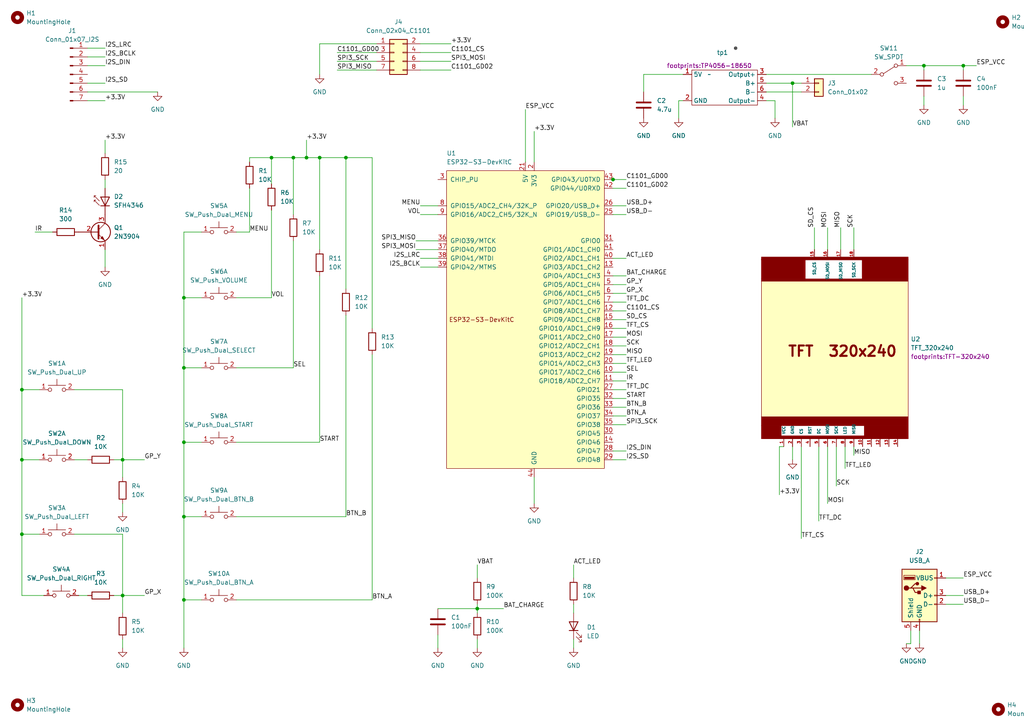
<source format=kicad_sch>
(kicad_sch (version 20230121) (generator eeschema)
  (paper "A4")
  (lib_symbols
    (symbol "Connector:Conn_01x07_Pin" (pin_names (offset 1.016) hide)
      (property "Reference" "J" (at 0 10.16 0))
      (property "Value" "Conn_01x07_Pin" (at 0 -10.16 0))
      (symbol "Conn_01x07_Pin_1_1"
        (polyline (pts (xy 1.27 -7.62) (xy 0.8636 -7.62)) (stroke (width 0.1524)))
        (polyline (pts (xy 1.27 -5.08) (xy 0.8636 -5.08)) (stroke (width 0.1524)))
        (polyline (pts (xy 1.27 -2.54) (xy 0.8636 -2.54)) (stroke (width 0.1524)))
        (polyline (pts (xy 1.27 0) (xy 0.8636 0)) (stroke (width 0.1524)))
        (polyline (pts (xy 1.27 2.54) (xy 0.8636 2.54)) (stroke (width 0.1524)))
        (polyline (pts (xy 1.27 5.08) (xy 0.8636 5.08)) (stroke (width 0.1524)))
        (polyline (pts (xy 1.27 7.62) (xy 0.8636 7.62)) (stroke (width 0.1524)))
        (rectangle (start 0.8636 -7.493) (end 0 -7.747) (stroke (width 0.1524)) (fill (type outline)))
        (rectangle (start 0.8636 -4.953) (end 0 -5.207) (stroke (width 0.1524)) (fill (type outline)))
        (rectangle (start 0.8636 -2.413) (end 0 -2.667) (stroke (width 0.1524)) (fill (type outline)))
        (rectangle (start 0.8636 0.127) (end 0 -0.127) (stroke (width 0.1524)) (fill (type outline)))
        (rectangle (start 0.8636 2.667) (end 0 2.413) (stroke (width 0.1524)) (fill (type outline)))
        (rectangle (start 0.8636 5.207) (end 0 4.953) (stroke (width 0.1524)) (fill (type outline)))
        (rectangle (start 0.8636 7.747) (end 0 7.493) (stroke (width 0.1524)) (fill (type outline)))
        (pin passive line (at 5.08 7.62 180) (length 3.81) (name "Pin_1") (number "1"))
        (pin passive line (at 5.08 5.08 180) (length 3.81) (name "Pin_2") (number "2"))
        (pin passive line (at 5.08 2.54 180) (length 3.81) (name "Pin_3") (number "3"))
        (pin passive line (at 5.08 0 180) (length 3.81) (name "Pin_4") (number "4"))
        (pin passive line (at 5.08 -2.54 180) (length 3.81) (name "Pin_5") (number "5"))
        (pin passive line (at 5.08 -5.08 180) (length 3.81) (name "Pin_6") (number "6"))
        (pin passive line (at 5.08 -7.62 180) (length 3.81) (name "Pin_7") (number "7"))
      )
    )
    (symbol "Connector:USB_A" (pin_names (offset 1.016))
      (property "Reference" "J" (at -5.08 11.43 0))
      (property "Value" "USB_A" (at -5.08 8.89 0))
      (symbol "USB_A_0_1"
        (rectangle (start -5.08 -7.62) (end 5.08 7.62) (stroke (width 0.254)) (fill (type background)))
        (circle (center -3.81 2.159) (radius 0.635) (stroke (width 0.254)) (fill (type outline)))
        (rectangle (start -1.524 4.826) (end -4.318 5.334) (fill (type outline)))
        (rectangle (start -1.27 4.572) (end -4.572 5.842))
        (circle (center -0.635 3.429) (radius 0.381) (stroke (width 0.254)) (fill (type outline)))
        (rectangle (start -0.127 -7.62) (end 0.127 -6.858))
        (polyline (pts (xy -3.175 2.159) (xy -2.54 2.159) (xy -1.27 3.429) (xy -0.635 3.429)) (stroke (width 0.254)))
        (polyline (pts (xy -2.54 2.159) (xy -1.905 2.159) (xy -1.27 0.889) (xy 0 0.889)) (stroke (width 0.254)))
        (polyline (pts (xy 0.635 2.794) (xy 0.635 1.524) (xy 1.905 2.159) (xy 0.635 2.794)) (stroke (width 0.254)) (fill (type outline)))
        (rectangle (start 0.254 1.27) (end -0.508 0.508) (stroke (width 0.254)) (fill (type outline)))
        (rectangle (start 5.08 -2.667) (end 4.318 -2.413))
        (rectangle (start 5.08 -0.127) (end 4.318 0.127))
        (rectangle (start 5.08 4.953) (end 4.318 5.207))
      )
      (symbol "USB_A_1_1"
        (polyline (pts (xy -1.905 2.159) (xy 0.635 2.159)) (stroke (width 0.254)))
        (pin power_in line (at 7.62 5.08 180) (length 2.54) (name "VBUS") (number "1"))
        (pin bidirectional line (at 7.62 -2.54 180) (length 2.54) (name "D-") (number "2"))
        (pin bidirectional line (at 7.62 0 180) (length 2.54) (name "D+") (number "3"))
        (pin power_in line (at 0 -10.16 90) (length 2.54) (name "GND") (number "4"))
        (pin passive line (at -2.54 -10.16 90) (length 2.54) (name "Shield") (number "5"))
      )
    )
    (symbol "Connector_Generic:Conn_01x02" (pin_names (offset 1.016) hide)
      (property "Reference" "J" (at 0 2.54 0))
      (property "Value" "Conn_01x02" (at 0 -5.08 0))
      (symbol "Conn_01x02_1_1"
        (rectangle (start -1.27 -2.413) (end 0 -2.667) (stroke (width 0.1524)))
        (rectangle (start -1.27 0.127) (end 0 -0.127) (stroke (width 0.1524)))
        (rectangle (start -1.27 1.27) (end 1.27 -3.81) (stroke (width 0.254)) (fill (type background)))
        (pin passive line (at -5.08 0 0) (length 3.81) (name "Pin_1") (number "1"))
        (pin passive line (at -5.08 -2.54 0) (length 3.81) (name "Pin_2") (number "2"))
      )
    )
    (symbol "Connector_Generic:Conn_02x04_Odd_Even" (pin_names (offset 1.016) hide)
      (property "Reference" "J" (at 1.27 5.08 0))
      (property "Value" "Conn_02x04_Odd_Even" (at 1.27 -7.62 0))
      (symbol "Conn_02x04_Odd_Even_1_1"
        (rectangle (start -1.27 -4.953) (end 0 -5.207) (stroke (width 0.1524)))
        (rectangle (start -1.27 -2.413) (end 0 -2.667) (stroke (width 0.1524)))
        (rectangle (start -1.27 0.127) (end 0 -0.127) (stroke (width 0.1524)))
        (rectangle (start -1.27 2.667) (end 0 2.413) (stroke (width 0.1524)))
        (rectangle (start -1.27 3.81) (end 3.81 -6.35) (stroke (width 0.254)) (fill (type background)))
        (rectangle (start 3.81 -4.953) (end 2.54 -5.207) (stroke (width 0.1524)))
        (rectangle (start 3.81 -2.413) (end 2.54 -2.667) (stroke (width 0.1524)))
        (rectangle (start 3.81 0.127) (end 2.54 -0.127) (stroke (width 0.1524)))
        (rectangle (start 3.81 2.667) (end 2.54 2.413) (stroke (width 0.1524)))
        (pin passive line (at -5.08 2.54 0) (length 3.81) (name "Pin_1") (number "1"))
        (pin passive line (at 7.62 2.54 180) (length 3.81) (name "Pin_2") (number "2"))
        (pin passive line (at -5.08 0 0) (length 3.81) (name "Pin_3") (number "3"))
        (pin passive line (at 7.62 0 180) (length 3.81) (name "Pin_4") (number "4"))
        (pin passive line (at -5.08 -2.54 0) (length 3.81) (name "Pin_5") (number "5"))
        (pin passive line (at 7.62 -2.54 180) (length 3.81) (name "Pin_6") (number "6"))
        (pin passive line (at -5.08 -5.08 0) (length 3.81) (name "Pin_7") (number "7"))
        (pin passive line (at 7.62 -5.08 180) (length 3.81) (name "Pin_8") (number "8"))
      )
    )
    (symbol "Device:C" (pin_numbers hide) (pin_names (offset 0.254))
      (property "Reference" "C" (at 0.635 2.54 0))
      (property "Value" "C" (at 0.635 -2.54 0))
      (symbol "C_0_1"
        (polyline (pts (xy -2.032 -0.762) (xy 2.032 -0.762)) (stroke (width 0.508)))
        (polyline (pts (xy -2.032 0.762) (xy 2.032 0.762)) (stroke (width 0.508)))
      )
      (symbol "C_1_1"
        (pin passive line (at 0 3.81 270) (length 2.794) (name "~") (number "1"))
        (pin passive line (at 0 -3.81 90) (length 2.794) (name "~") (number "2"))
      )
    )
    (symbol "Device:LED" (pin_numbers hide) (pin_names (offset 1.016) hide)
      (property "Reference" "D" (at 0 2.54 0))
      (property "Value" "LED" (at 0 -2.54 0))
      (symbol "LED_0_1"
        (polyline (pts (xy -1.27 -1.27) (xy -1.27 1.27)) (stroke (width 0.254)))
        (polyline (pts (xy -1.27 0) (xy 1.27 0)))
        (polyline (pts (xy 1.27 -1.27) (xy 1.27 1.27) (xy -1.27 0) (xy 1.27 -1.27)) (stroke (width 0.254)))
        (polyline (pts (xy -3.048 -0.762) (xy -4.572 -2.286) (xy -3.81 -2.286) (xy -4.572 -2.286) (xy -4.572 -1.524)))
        (polyline (pts (xy -1.778 -0.762) (xy -3.302 -2.286) (xy -2.54 -2.286) (xy -3.302 -2.286) (xy -3.302 -1.524)))
      )
      (symbol "LED_1_1"
        (pin passive line (at -3.81 0 0) (length 2.54) (name "K") (number "1"))
        (pin passive line (at 3.81 0 180) (length 2.54) (name "A") (number "2"))
      )
    )
    (symbol "Device:R" (pin_numbers hide) (pin_names (offset 0))
      (property "Reference" "R" (at 2.032 0 90))
      (property "Value" "R" (at 0 0 90))
      (symbol "R_0_1"
        (rectangle (start -1.016 -2.54) (end 1.016 2.54) (stroke (width 0.254)))
      )
      (symbol "R_1_1"
        (pin passive line (at 0 3.81 270) (length 1.27) (name "~") (number "1"))
        (pin passive line (at 0 -3.81 90) (length 1.27) (name "~") (number "2"))
      )
    )
    (symbol "Interface:tp4056_board"
      (property "Reference" "tp4056" (at -12.7 -10.16 0))
      (property "Footprint" "footprints:TP4056-18650" (at -16.51 -3.81 0))
      (symbol "tp4056_board_1_1"
        (rectangle (start -21.59 -5.08) (end -2.54 -15.24))
        (rectangle (start -8.89 1.27) (end -8.89 1.27) (stroke (width 1) (color 72 72 72 1)))
        (pin power_in line (at -24.13 -6.35 0) (length 2.54) (name "5V") (number "1"))
        (pin power_in line (at -24.13 -13.97 0) (length 2.54) (name "GND") (number "2"))
        (pin power_out line (at 0 -6.35 180) (length 2.54) (name "Output+") (number "3"))
        (pin power_out line (at 0 -13.97 180) (length 2.54) (name "Output-") (number "4"))
        (pin power_out line (at 0 -8.89 180) (length 2.54) (name "B+") (number "5"))
        (pin power_out line (at 0 -11.43 180) (length 2.54) (name "B-") (number "6"))
      )
    )
    (symbol "LED:SFH4346" (pin_numbers hide) (pin_names (offset 1.016) hide)
      (property "Reference" "D" (at 0.508 1.778 0))
      (property "Value" "SFH4346" (at -1.016 -2.794 0))
      (symbol "SFH4346_0_1"
        (polyline (pts (xy -2.54 1.27) (xy -2.54 -1.27)) (stroke (width 0.254)))
        (polyline (pts (xy 0 0) (xy -2.54 0)))
        (polyline (pts (xy 0.381 3.175) (xy -0.127 3.175)))
        (polyline (pts (xy -1.143 1.651) (xy 0.381 3.175) (xy 0.381 2.667)))
        (polyline (pts (xy 0 1.27) (xy -2.54 0) (xy 0 -1.27) (xy 0 1.27)) (stroke (width 0.254)))
        (polyline (pts (xy -2.413 1.651) (xy -0.889 3.175) (xy -0.889 2.667) (xy -0.889 3.175) (xy -1.397 3.175)))
      )
      (symbol "SFH4346_1_1"
        (pin passive line (at -5.08 0 0) (length 2.54) (name "K") (number "1"))
        (pin passive line (at 2.54 0 180) (length 2.54) (name "A") (number "2"))
      )
    )
    (symbol "Mechanical:MountingHole" (pin_names (offset 1.016))
      (property "Reference" "H" (at 0 5.08 0))
      (property "Value" "MountingHole" (at 0 3.175 0))
      (symbol "MountingHole_0_1"
        (circle (center 0 0) (radius 1.27) (stroke (width 1.27)))
      )
    )
    (symbol "PCM_Espressif:ESP32-S3-DevKitC" (pin_names (offset 1.016))
      (property "Reference" "U" (at -22.86 48.26 0))
      (property "Value" "ESP32-S3-DevKitC" (at -22.86 45.72 0))
      (symbol "ESP32-S3-DevKitC_0_0"
        (text "ESP32-S3-DevKitC" (at -12.7 0 0) (effects (font (size 1.27 1.27))))
        (pin bidirectional line (at 25.4 -35.56 180) (length 2.54) (name "GPIO46") (number "14"))
        (pin bidirectional line (at 25.4 -10.16 180) (length 2.54) (name "GPIO13/ADC2_CH2") (number "19"))
        (pin bidirectional line (at -25.4 15.24 0) (length 2.54) (name "GPIO42/MTMS") (number "39"))
        (pin bidirectional line (at 25.4 17.78 180) (length 2.54) (name "GPIO2/ADC1_CH1") (number "40"))
        (pin bidirectional line (at 25.4 20.32 180) (length 2.54) (name "GPIO1/ADC1_CH0") (number "41"))
        (pin bidirectional line (at 25.4 38.1 180) (length 2.54) (name "GPIO44/U0RXD") (number "42"))
        (pin bidirectional line (at 25.4 40.64 180) (length 2.54) (name "GPIO43/U0TXD") (number "43"))
      )
      (symbol "ESP32-S3-DevKitC_0_1"
        (pin power_in line (at 2.54 45.72 270) (length 2.54) (name "3V3") (number "2"))
      )
      (symbol "ESP32-S3-DevKitC_1_1"
        (rectangle (start -22.86 43.18) (end 22.86 -43.18) (fill (type background)))
        (pin passive line (at 2.54 45.72 270) (length 2.54) hide (name "3V3") (number "1"))
        (pin bidirectional line (at 25.4 -15.24 180) (length 2.54) (name "GPIO17/ADC2_CH6") (number "10"))
        (pin bidirectional line (at 25.4 -17.78 180) (length 2.54) (name "GPIO18/ADC2_CH7") (number "11"))
        (pin bidirectional line (at 25.4 2.54 180) (length 2.54) (name "GPIO8/ADC1_CH7") (number "12"))
        (pin bidirectional line (at 25.4 15.24 180) (length 2.54) (name "GPIO3/ADC1_CH2") (number "13"))
        (pin bidirectional line (at 25.4 0 180) (length 2.54) (name "GPIO9/ADC1_CH8") (number "15"))
        (pin bidirectional line (at 25.4 -2.54 180) (length 2.54) (name "GPIO10/ADC1_CH9") (number "16"))
        (pin bidirectional line (at 25.4 -5.08 180) (length 2.54) (name "GPIO11/ADC2_CH0") (number "17"))
        (pin bidirectional line (at 25.4 -7.62 180) (length 2.54) (name "GPIO12/ADC2_CH1") (number "18"))
        (pin bidirectional line (at 25.4 -12.7 180) (length 2.54) (name "GPIO14/ADC2_CH3") (number "20"))
        (pin power_in line (at 0 45.72 270) (length 2.54) (name "5V") (number "21"))
        (pin passive line (at -17.78 -45.72 90) (length 2.54) hide (name "GND") (number "22"))
        (pin passive line (at -12.7 -45.72 90) (length 2.54) hide (name "GND") (number "23"))
        (pin passive line (at -7.62 -45.72 90) (length 2.54) hide (name "GND") (number "24"))
        (pin bidirectional line (at 25.4 30.48 180) (length 2.54) (name "GPIO19/USB_D-") (number "25"))
        (pin bidirectional line (at 25.4 33.02 180) (length 2.54) (name "GPIO20/USB_D+") (number "26"))
        (pin bidirectional line (at 25.4 -20.32 180) (length 2.54) (name "GPIO21") (number "27"))
        (pin bidirectional line (at 25.4 -38.1 180) (length 2.54) (name "GPIO47") (number "28"))
        (pin bidirectional line (at 25.4 -40.64 180) (length 2.54) (name "GPIO48") (number "29"))
        (pin input line (at -25.4 40.64 0) (length 2.54) (name "CHIP_PU") (number "3"))
        (pin bidirectional line (at 25.4 -33.02 180) (length 2.54) (name "GPIO45") (number "30"))
        (pin bidirectional line (at 25.4 22.86 180) (length 2.54) (name "GPIO0") (number "31"))
        (pin bidirectional line (at 25.4 -22.86 180) (length 2.54) (name "GPIO35") (number "32"))
        (pin bidirectional line (at 25.4 -25.4 180) (length 2.54) (name "GPIO36") (number "33"))
        (pin bidirectional line (at 25.4 -27.94 180) (length 2.54) (name "GPIO37") (number "34"))
        (pin bidirectional line (at 25.4 -30.48 180) (length 2.54) (name "GPIO38") (number "35"))
        (pin bidirectional line (at -25.4 22.86 0) (length 2.54) (name "GPIO39/MTCK") (number "36"))
        (pin bidirectional line (at -25.4 20.32 0) (length 2.54) (name "GPIO40/MTDO") (number "37"))
        (pin bidirectional line (at -25.4 17.78 0) (length 2.54) (name "GPIO41/MTDI") (number "38"))
        (pin bidirectional line (at 25.4 12.7 180) (length 2.54) (name "GPIO4/ADC1_CH3") (number "4"))
        (pin power_in line (at 2.54 -45.72 90) (length 2.54) (name "GND") (number "44"))
        (pin bidirectional line (at 25.4 10.16 180) (length 2.54) (name "GPIO5/ADC1_CH4") (number "5"))
        (pin bidirectional line (at 25.4 7.62 180) (length 2.54) (name "GPIO6/ADC1_CH5") (number "6"))
        (pin bidirectional line (at 25.4 5.08 180) (length 2.54) (name "GPIO7/ADC1_CH6") (number "7"))
        (pin bidirectional line (at -25.4 33.02 0) (length 2.54) (name "GPIO15/ADC2_CH4/32K_P") (number "8"))
        (pin bidirectional line (at -25.4 30.48 0) (length 2.54) (name "GPIO16/ADC2_CH5/32K_N") (number "9"))
      )
    )
    (symbol "Switch:SW_Push_Dual_x2" (pin_names (offset 1.016) hide)
      (property "Reference" "SW" (at 1.27 2.54 0))
      (property "Value" "SW_Push_Dual_x2" (at 0 -1.524 0))
      (symbol "SW_Push_Dual_x2_0_1"
        (circle (center -2.032 0) (radius 0.508))
        (polyline (pts (xy 0 1.27) (xy 0 3.048)))
        (polyline (pts (xy 2.54 1.27) (xy -2.54 1.27)))
        (circle (center 2.032 0) (radius 0.508))
      )
      (symbol "SW_Push_Dual_x2_1_1"
        (pin passive line (at -5.08 0 0) (length 2.54) (name "C") (number "1"))
        (pin passive line (at 5.08 0 180) (length 2.54) (name "D") (number "2"))
      )
      (symbol "SW_Push_Dual_x2_2_1"
        (pin passive line (at -5.08 0 0) (length 2.54) (name "C") (number "3"))
        (pin passive line (at 5.08 0 180) (length 2.54) (name "D") (number "4"))
      )
    )
    (symbol "Switch:SW_SPDT" (pin_names (offset 0) hide)
      (property "Reference" "SW" (at 0 4.318 0))
      (property "Value" "SW_SPDT" (at 0 -5.08 0))
      (symbol "SW_SPDT_0_0"
        (circle (center -2.032 0) (radius 0.508))
        (circle (center 2.032 -2.54) (radius 0.508))
      )
      (symbol "SW_SPDT_0_1"
        (polyline (pts (xy -1.524 0.254) (xy 1.651 2.286)))
        (circle (center 2.032 2.54) (radius 0.508))
      )
      (symbol "SW_SPDT_1_1"
        (pin passive line (at 5.08 2.54 180) (length 2.54) (name "A") (number "1"))
        (pin passive line (at -5.08 0 0) (length 2.54) (name "B") (number "2"))
        (pin passive line (at 5.08 -2.54 180) (length 2.54) (name "C") (number "3"))
      )
    )
    (symbol "Transistor_BJT:2N3904" (pin_names (offset 0) hide)
      (property "Reference" "Q" (at 5.08 1.905 0))
      (property "Value" "2N3904" (at 5.08 0 0))
      (symbol "2N3904_0_1"
        (polyline (pts (xy 0.635 0.635) (xy 2.54 2.54)))
        (polyline (pts (xy 0.635 -0.635) (xy 2.54 -2.54) (xy 2.54 -2.54)))
        (polyline (pts (xy 0.635 1.905) (xy 0.635 -1.905) (xy 0.635 -1.905)) (stroke (width 0.508)))
        (polyline (pts (xy 1.27 -1.778) (xy 1.778 -1.27) (xy 2.286 -2.286) (xy 1.27 -1.778) (xy 1.27 -1.778)) (fill (type outline)))
        (circle (center 1.27 0) (radius 2.8194) (stroke (width 0.254)))
      )
      (symbol "2N3904_1_1"
        (pin passive line (at 2.54 -5.08 90) (length 2.54) (name "E") (number "1"))
        (pin passive line (at -5.08 0 0) (length 5.715) (name "B") (number "2"))
        (pin passive line (at 2.54 5.08 270) (length 2.54) (name "C") (number "3"))
      )
    )
    (symbol "power:GND" (power) (pin_names (offset 0))
      (property "Value" "GND" (at 0 -3.81 0))
      (symbol "GND_0_1"
        (polyline (pts (xy 0 0) (xy 0 -1.27) (xy 1.27 -1.27) (xy 0 -2.54) (xy -1.27 -1.27) (xy 0 -1.27)))
      )
      (symbol "GND_1_1"
        (pin power_in line (at 0 0 270) (length 0) hide (name "GND") (number "1"))
      )
    )
    (symbol "tft_320x240:TFT_320x240" (pin_names (offset 1.016))
      (property "Reference" "U?" (at -52.832 61.9761 0))
      (property "Value" "TFT_320x240" (at -52.832 59.4361 0))
      (property "Footprint" "z_Devices:TFT-320x240" (at -52.832 56.8961 0))
      (symbol "TFT_320x240_0_0"
        (text "TFT  320x240" (at -73.152 61.976 0) (effects (font (size 2.9972 2.9972) bold)))
      )
      (symbol "TFT_320x240_0_1"
        (rectangle (start -96.647 40.386) (end -90.932 36.576) (fill (type outline)))
        (rectangle (start -96.647 42.926) (end -54.102 40.386) (fill (type outline)))
        (rectangle (start -96.647 82.296) (end -54.102 42.926) (fill (type background)))
        (rectangle (start -96.647 82.931) (end -54.102 82.296) (fill (type outline)))
        (rectangle (start -96.647 88.646) (end -83.947 82.931) (fill (type outline)))
        (rectangle (start -96.647 89.281) (end -54.102 88.4428) (fill (type outline)))
        (rectangle (start -92.202 36.576) (end -54.102 42.926))
        (rectangle (start -92.202 37.4142) (end -54.102 36.576) (fill (type outline)))
        (rectangle (start -67.437 88.646) (end -54.102 82.931) (fill (type outline)))
        (rectangle (start -66.802 40.386) (end -54.102 36.576) (fill (type outline)))
      )
      (symbol "TFT_320x240_1_1"
        (pin power_in line (at -90.17 34.29 90) (length 2.54) (name "VCC") (number "1"))
        (pin bidirectional line (at -67.31 34.29 90) (length 2.54) (name "~") (number "10"))
        (pin bidirectional line (at -64.77 34.29 90) (length 2.54) (name "~") (number "11"))
        (pin bidirectional line (at -62.23 34.29 90) (length 2.54) (name "~") (number "12"))
        (pin bidirectional line (at -59.69 34.29 90) (length 2.54) (name "~") (number "13"))
        (pin bidirectional line (at -57.15 34.29 90) (length 2.54) (name "~") (number "14"))
        (pin bidirectional line (at -81.28 91.44 270) (length 2.54) (name "SD_CS") (number "15"))
        (pin bidirectional line (at -77.47 91.44 270) (length 2.54) (name "SD_MOSI") (number "16"))
        (pin bidirectional line (at -73.66 91.44 270) (length 2.54) (name "SD_MISO") (number "17"))
        (pin bidirectional line (at -69.85 91.44 270) (length 2.54) (name "SD_SCK") (number "18"))
        (pin bidirectional line (at -87.63 34.29 90) (length 2.54) (name "GND") (number "2"))
        (pin bidirectional line (at -85.09 34.29 90) (length 2.54) (name "CS") (number "3"))
        (pin bidirectional line (at -82.55 34.29 90) (length 2.54) (name "RST") (number "4"))
        (pin bidirectional line (at -80.01 34.29 90) (length 2.54) (name "DC") (number "5"))
        (pin bidirectional line (at -77.47 34.29 90) (length 2.54) (name "MOSI") (number "6"))
        (pin bidirectional line (at -74.93 34.29 90) (length 2.54) (name "SCK") (number "7"))
        (pin power_in line (at -72.39 34.29 90) (length 2.54) (name "LED") (number "8"))
        (pin bidirectional line (at -69.85 34.29 90) (length 2.54) (name "MISO") (number "9"))
      )
    )
  )
  (junction (at 138.43 176.53))
  (junction (at 6.35 154.94))
  (junction (at 100.33 45.72))
  (junction (at 6.35 133.35))
  (junction (at 53.34 106.68))
  (junction (at 53.34 173.99))
  (junction (at 35.56 133.35))
  (junction (at 177.8 52.07))
  (junction (at 53.34 128.27))
  (junction (at 279.4 19.05))
  (junction (at 92.71 45.72))
  (junction (at 53.34 86.36))
  (junction (at 85.09 45.72))
  (junction (at 53.34 149.86))
  (junction (at 6.35 113.03))
  (junction (at 88.9 45.72))
  (junction (at 267.97 19.05))
  (junction (at 35.56 172.72))
  (junction (at 229.87 24.13))
  (junction (at 78.74 45.72))
  (wire (pts (xy 92.71 45.72) (xy 100.33 45.72)))
  (wire (pts (xy 109.22 12.7) (xy 92.71 12.7)))
  (wire (pts (xy 229.87 36.83) (xy 229.87 24.13)))
  (wire (pts (xy 127 184.15) (xy 127 187.96)))
  (wire (pts (xy 236.22 72.39) (xy 236.22 66.04)))
  (wire (pts (xy 85.09 45.72) (xy 88.9 45.72)))
  (wire (pts (xy 35.56 172.72) (xy 41.91 172.72)))
  (wire (pts (xy 138.43 176.53) (xy 146.05 176.53)))
  (wire (pts (xy 35.56 138.43) (xy 35.56 133.35)))
  (wire (pts (xy 68.58 67.31) (xy 72.39 67.31)))
  (wire (pts (xy 97.79 15.24) (xy 109.22 15.24)))
  (wire (pts (xy 53.34 106.68) (xy 53.34 128.27)))
  (wire (pts (xy 53.34 67.31) (xy 53.34 86.36)))
  (wire (pts (xy 177.8 115.57) (xy 181.61 115.57)))
  (wire (pts (xy 78.74 53.34) (xy 78.74 45.72)))
  (wire (pts (xy 196.85 29.21) (xy 196.85 34.29)))
  (wire (pts (xy 274.32 175.26) (xy 279.4 175.26)))
  (wire (pts (xy 177.8 82.55) (xy 181.61 82.55)))
  (wire (pts (xy 35.56 133.35) (xy 33.02 133.35)))
  (wire (pts (xy 68.58 149.86) (xy 100.33 149.86)))
  (wire (pts (xy 177.8 113.03) (xy 181.61 113.03)))
  (wire (pts (xy 177.8 100.33) (xy 181.61 100.33)))
  (wire (pts (xy 88.9 40.64) (xy 88.9 45.72)))
  (wire (pts (xy 6.35 172.72) (xy 12.7 172.72)))
  (wire (pts (xy 30.48 72.39) (xy 30.48 77.47)))
  (wire (pts (xy 53.34 67.31) (xy 58.42 67.31)))
  (wire (pts (xy 177.8 120.65) (xy 181.61 120.65)))
  (wire (pts (xy 138.43 185.42) (xy 138.43 187.96)))
  (wire (pts (xy 242.57 129.54) (xy 242.57 140.97)))
  (wire (pts (xy 72.39 54.61) (xy 72.39 67.31)))
  (wire (pts (xy 229.87 129.54) (xy 229.87 133.35)))
  (wire (pts (xy 274.32 167.64) (xy 279.4 167.64)))
  (wire (pts (xy 279.4 19.05) (xy 283.21 19.05)))
  (wire (pts (xy 35.56 154.94) (xy 21.59 154.94)))
  (wire (pts (xy 68.58 106.68) (xy 85.09 106.68)))
  (wire (pts (xy 240.03 72.39) (xy 240.03 66.04)))
  (wire (pts (xy 154.94 38.1) (xy 154.94 46.99)))
  (wire (pts (xy 107.95 45.72) (xy 100.33 45.72)))
  (wire (pts (xy 177.8 80.01) (xy 181.61 80.01)))
  (wire (pts (xy 264.16 182.88) (xy 264.16 186.69)))
  (wire (pts (xy 138.43 163.83) (xy 138.43 167.64)))
  (wire (pts (xy 78.74 60.96) (xy 78.74 86.36)))
  (wire (pts (xy 166.37 185.42) (xy 166.37 187.96)))
  (wire (pts (xy 68.58 128.27) (xy 92.71 128.27)))
  (wire (pts (xy 177.8 133.35) (xy 181.61 133.35)))
  (wire (pts (xy 68.58 86.36) (xy 78.74 86.36)))
  (wire (pts (xy 267.97 27.94) (xy 267.97 30.48)))
  (wire (pts (xy 6.35 113.03) (xy 11.43 113.03)))
  (wire (pts (xy 6.35 172.72) (xy 6.35 154.94)))
  (wire (pts (xy 177.8 90.17) (xy 181.61 90.17)))
  (wire (pts (xy 85.09 69.85) (xy 85.09 106.68)))
  (wire (pts (xy 35.56 177.8) (xy 35.56 172.72)))
  (wire (pts (xy 68.58 173.99) (xy 107.95 173.99)))
  (wire (pts (xy 177.8 59.69) (xy 181.61 59.69)))
  (wire (pts (xy 237.49 129.54) (xy 237.49 151.13)))
  (wire (pts (xy 53.34 173.99) (xy 58.42 173.99)))
  (wire (pts (xy 177.8 105.41) (xy 181.61 105.41)))
  (wire (pts (xy 222.25 21.59) (xy 252.73 21.59)))
  (wire (pts (xy 262.89 19.05) (xy 267.97 19.05)))
  (wire (pts (xy 25.4 29.21) (xy 30.48 29.21)))
  (wire (pts (xy 154.94 138.43) (xy 154.94 146.05)))
  (wire (pts (xy 222.25 29.21) (xy 224.79 29.21)))
  (wire (pts (xy 6.35 154.94) (xy 11.43 154.94)))
  (wire (pts (xy 196.85 29.21) (xy 198.12 29.21)))
  (wire (pts (xy 177.8 62.23) (xy 181.61 62.23)))
  (wire (pts (xy 138.43 176.53) (xy 138.43 177.8)))
  (wire (pts (xy 186.69 21.59) (xy 198.12 21.59)))
  (wire (pts (xy 267.97 19.05) (xy 267.97 20.32)))
  (wire (pts (xy 267.97 19.05) (xy 279.4 19.05)))
  (wire (pts (xy 120.65 69.85) (xy 127 69.85)))
  (wire (pts (xy 177.8 107.95) (xy 181.61 107.95)))
  (wire (pts (xy 120.65 72.39) (xy 127 72.39)))
  (wire (pts (xy 177.8 85.09) (xy 181.61 85.09)))
  (wire (pts (xy 177.8 123.19) (xy 181.61 123.19)))
  (wire (pts (xy 100.33 83.82) (xy 100.33 45.72)))
  (wire (pts (xy 72.39 45.72) (xy 72.39 46.99)))
  (wire (pts (xy 53.34 149.86) (xy 58.42 149.86)))
  (wire (pts (xy 232.41 129.54) (xy 232.41 156.21)))
  (wire (pts (xy 35.56 113.03) (xy 35.56 133.35)))
  (wire (pts (xy 177.8 52.07) (xy 181.61 52.07)))
  (wire (pts (xy 53.34 128.27) (xy 58.42 128.27)))
  (wire (pts (xy 85.09 62.23) (xy 85.09 45.72)))
  (wire (pts (xy 177.8 87.63) (xy 181.61 87.63)))
  (wire (pts (xy 138.43 175.26) (xy 138.43 176.53)))
  (wire (pts (xy 100.33 91.44) (xy 100.33 149.86)))
  (wire (pts (xy 224.79 29.21) (xy 224.79 34.29)))
  (wire (pts (xy 127 176.53) (xy 138.43 176.53)))
  (wire (pts (xy 92.71 12.7) (xy 92.71 21.59)))
  (wire (pts (xy 266.7 182.88) (xy 266.7 186.69)))
  (wire (pts (xy 6.35 113.03) (xy 6.35 133.35)))
  (wire (pts (xy 97.79 20.32) (xy 109.22 20.32)))
  (wire (pts (xy 53.34 128.27) (xy 53.34 149.86)))
  (wire (pts (xy 21.59 133.35) (xy 25.4 133.35)))
  (wire (pts (xy 53.34 86.36) (xy 53.34 106.68)))
  (wire (pts (xy 226.06 129.54) (xy 226.06 143.51)))
  (wire (pts (xy 30.48 52.07) (xy 30.48 54.61)))
  (wire (pts (xy 121.92 15.24) (xy 130.81 15.24)))
  (wire (pts (xy 25.4 26.67) (xy 45.72 26.67)))
  (wire (pts (xy 121.92 12.7) (xy 130.81 12.7)))
  (wire (pts (xy 247.65 72.39) (xy 247.65 66.04)))
  (wire (pts (xy 97.79 17.78) (xy 109.22 17.78)))
  (wire (pts (xy 78.74 45.72) (xy 72.39 45.72)))
  (wire (pts (xy 22.86 172.72) (xy 25.4 172.72)))
  (wire (pts (xy 35.56 113.03) (xy 21.59 113.03)))
  (wire (pts (xy 177.7238 51.9684) (xy 177.7238 52.07)))
  (wire (pts (xy 226.06 129.54) (xy 227.33 129.54)))
  (wire (pts (xy 177.8 118.11) (xy 181.61 118.11)))
  (wire (pts (xy 10.16 67.31) (xy 15.24 67.31)))
  (wire (pts (xy 152.4 31.75) (xy 152.4 46.99)))
  (wire (pts (xy 78.74 45.72) (xy 85.09 45.72)))
  (wire (pts (xy 240.03 129.54) (xy 240.03 146.05)))
  (wire (pts (xy 107.95 95.25) (xy 107.95 45.72)))
  (wire (pts (xy 245.11 129.54) (xy 245.11 135.89)))
  (wire (pts (xy 247.65 129.54) (xy 247.65 132.08)))
  (wire (pts (xy 92.71 80.01) (xy 92.71 128.27)))
  (wire (pts (xy 177.8 52.07) (xy 177.7238 52.07)))
  (wire (pts (xy 88.9 45.72) (xy 92.71 45.72)))
  (wire (pts (xy 53.34 173.99) (xy 53.34 187.96)))
  (wire (pts (xy 177.8 110.49) (xy 181.61 110.49)))
  (wire (pts (xy 35.56 172.72) (xy 33.02 172.72)))
  (wire (pts (xy 166.37 163.83) (xy 166.37 167.64)))
  (wire (pts (xy 6.35 133.35) (xy 11.43 133.35)))
  (wire (pts (xy 121.92 74.93) (xy 127 74.93)))
  (wire (pts (xy 222.25 24.13) (xy 229.87 24.13)))
  (wire (pts (xy 25.4 19.05) (xy 30.48 19.05)))
  (wire (pts (xy 35.56 185.42) (xy 35.56 187.96)))
  (wire (pts (xy 229.87 24.13) (xy 232.41 24.13)))
  (wire (pts (xy 6.35 154.94) (xy 6.35 133.35)))
  (wire (pts (xy 274.32 172.72) (xy 279.4 172.72)))
  (wire (pts (xy 186.69 26.67) (xy 186.69 21.59)))
  (wire (pts (xy 53.34 106.68) (xy 58.42 106.68)))
  (wire (pts (xy 53.34 149.86) (xy 53.34 173.99)))
  (wire (pts (xy 279.4 20.32) (xy 279.4 19.05)))
  (wire (pts (xy 107.95 102.87) (xy 107.95 173.99)))
  (wire (pts (xy 92.71 72.39) (xy 92.71 45.72)))
  (wire (pts (xy 177.8 97.79) (xy 181.61 97.79)))
  (wire (pts (xy 177.8 95.25) (xy 181.61 95.25)))
  (wire (pts (xy 25.4 16.51) (xy 30.48 16.51)))
  (wire (pts (xy 25.4 13.97) (xy 30.48 13.97)))
  (wire (pts (xy 177.8 102.87) (xy 181.61 102.87)))
  (wire (pts (xy 35.56 146.05) (xy 35.56 148.59)))
  (wire (pts (xy 121.92 62.23) (xy 127 62.23)))
  (wire (pts (xy 53.34 86.36) (xy 58.42 86.36)))
  (wire (pts (xy 30.48 40.64) (xy 30.48 44.45)))
  (wire (pts (xy 35.56 133.35) (xy 41.91 133.35)))
  (wire (pts (xy 279.4 27.94) (xy 279.4 30.48)))
  (wire (pts (xy 166.37 175.26) (xy 166.37 177.8)))
  (wire (pts (xy 177.8 130.81) (xy 181.61 130.81)))
  (wire (pts (xy 177.8 54.61) (xy 181.61 54.61)))
  (wire (pts (xy 243.84 66.04) (xy 243.84 72.39)))
  (wire (pts (xy 222.25 26.67) (xy 232.41 26.67)))
  (wire (pts (xy 177.8 74.93) (xy 181.61 74.93)))
  (wire (pts (xy 35.56 154.94) (xy 35.56 172.72)))
  (wire (pts (xy 121.92 77.47) (xy 127 77.47)))
  (wire (pts (xy 181.61 472.44) (xy 336.55 472.44)))
  (wire (pts (xy 25.4 24.13) (xy 30.48 24.13)))
  (wire (pts (xy 121.92 59.69) (xy 127 59.69)))
  (wire (pts (xy 121.92 20.32) (xy 130.81 20.32)))
  (wire (pts (xy 177.8 92.71) (xy 181.61 92.71)))
  (wire (pts (xy 121.92 17.78) (xy 130.81 17.78)))
  (wire (pts (xy 264.16 186.69) (xy 262.89 186.69)))
  (wire (pts (xy 6.35 86.36) (xy 6.35 113.03)))
  (label "VOL" (at 78.74 86.36 0))
  (label "VBAT" (at 138.43 163.83 0))
  (label "START" (at 181.61 115.57 0))
  (label "I2S_LRC" (at 121.92 74.93 180))
  (label "SPI3_MOSI" (at 130.81 17.78 0))
  (label "MISO" (at 243.84 66.04 90))
  (label "MISO" (at 247.65 132.08 0))
  (label "I2S_SD" (at 181.61 133.35 0))
  (label "I2S_LRC" (at 30.48 13.97 0))
  (label "TFT_DC" (at 181.61 113.03 0))
  (label "+3.3V" (at 226.06 143.51 0))
  (label "MENU" (at 121.92 59.69 180))
  (label "SEL" (at 181.61 107.95 0))
  (label "SD_CS" (at 181.61 92.71 0))
  (label "BTN_A" (at 107.95 173.99 0))
  (label "TFT_DC" (at 237.49 151.13 0))
  (label "GP_X" (at 41.91 172.72 0))
  (label "SCK" (at 242.57 140.97 0))
  (label "SCK" (at 247.65 66.04 90))
  (label "C1101_GD02" (at 130.81 20.32 0))
  (label "MOSI" (at 240.03 66.04 90))
  (label "TFT_DC" (at 181.61 87.63 0))
  (label "ACT_LED" (at 181.61 74.93 0))
  (label "C1101_CS" (at 181.61 90.17 0))
  (label "I2S_BCLK" (at 30.48 16.51 0))
  (label "GP_Y" (at 41.91 133.35 0))
  (label "SPI3_MISO" (at 120.65 69.85 180))
  (label "I2S_BCLK" (at 121.92 77.47 180))
  (label "VBAT" (at 229.87 36.83 0))
  (label "SPI3_SCK" (at 181.61 123.19 0))
  (label "I2S_SD" (at 30.48 24.13 0))
  (label "ESP_VCC" (at 152.4 31.75 0))
  (label "ESP_VCC" (at 279.4 167.64 0))
  (label "IR" (at 10.16 67.31 0))
  (label "C1101_GD02" (at 181.61 54.61 0))
  (label "TFT_CS" (at 181.61 95.25 0))
  (label "USB_D+" (at 181.61 59.69 0))
  (label "SD_CS" (at 236.22 66.04 90))
  (label "+3.3V" (at 88.9 40.64 0))
  (label "START" (at 92.71 128.27 0))
  (label "IR" (at 181.61 110.49 0))
  (label "TFT_LED" (at 245.11 135.89 0))
  (label "+3.3V" (at 30.48 40.64 0))
  (label "SEL" (at 85.09 106.68 0))
  (label "BTN_B" (at 181.61 118.11 0))
  (label "+3.3V" (at 30.48 29.21 0))
  (label "I2S_DIN" (at 181.61 130.81 0))
  (label "BTN_A" (at 181.61 120.65 0))
  (label "+3.3V" (at 130.81 12.7 0))
  (label "TFT_CS" (at 232.41 156.21 0))
  (label "MENU" (at 72.39 67.31 0))
  (label "+3.3V" (at 154.94 38.1 0))
  (label "GP_Y" (at 181.61 82.55 0))
  (label "SCK" (at 181.61 100.33 0))
  (label "SPI3_SCK" (at 97.79 17.78 0))
  (label "I2S_DIN" (at 30.48 19.05 0))
  (label "BTN_B" (at 100.33 149.86 0))
  (label "USB_D+" (at 279.4 172.72 0))
  (label "BAT_CHARGE" (at 181.61 80.01 0))
  (label "+3.3V" (at 6.35 86.36 0))
  (label "C1101_GD00" (at 97.79 15.24 0))
  (label "SPI3_MISO" (at 97.79 20.32 0))
  (label "MOSI" (at 240.03 146.05 0))
  (label "ACT_LED" (at 166.37 163.83 0))
  (label "VOL" (at 121.92 62.23 180))
  (label "ESP_VCC" (at 283.21 19.05 0))
  (label "BAT_CHARGE" (at 146.05 176.53 0))
  (label "MISO" (at 181.61 102.87 0))
  (label "USB_D-" (at 181.61 62.23 0))
  (label "SPI3_MOSI" (at 120.65 72.39 180))
  (label "TFT_LED" (at 181.61 105.41 0))
  (label "USB_D-" (at 279.4 175.26 0))
  (label "C1101_CS" (at 130.81 15.24 0))
  (label "GP_X" (at 181.61 85.09 0))
  (label "MOSI" (at 181.61 97.79 0))
  (label "C1101_GD00" (at 181.61 52.07 0))
  (symbol (lib_id "Transistor_BJT:2N3904") (at 27.94 67.31 0) (unit 1)
    (property "Reference" "Q1" (at 33.02 66.04 0) (effects (justify left)))
    (property "Value" "2N3904" (at 33.02 68.58 0) (effects (justify left)))
    (property "Footprint" "Package_TO_SOT_THT:TO-92_Inline" (effects hide))
    (property "Datasheet" "https://www.onsemi.com/pub/Collateral/2N3903-D.PDF" (effects hide))
  )
  (symbol (lib_id "Device:R") (at 166.37 171.45 0) (unit 1)
    (property "Reference" "R8" (at 168.91 170.18 0) (effects (justify left)))
    (property "Value" "10K" (at 168.91 172.72 0) (effects (justify left)))
    (property "Footprint" "Resistor_THT:R_Axial_DIN0207_L6.3mm_D2.5mm_P7.62mm_Horizontal" (effects hide))
  )
  (symbol (lib_id "Interface:tp4056_board") (at 222.25 15.24 0) (unit 1)
    (property "Reference" "tp1" (at 209.55 15.24 0))
    (property "Value" "~" (at 205.74 21.59 0))
    (property "Footprint" "footprints:TP4056-18650" (at 205.74 19.05 0))
  )
  (symbol (lib_id "power:GND") (at 186.69 34.29 0) (unit 1)
    (property "Reference" "#PWR06" (effects hide))
    (property "Value" "GND" (at 186.69 39.37 0))
  )
  (symbol (lib_id "Switch:SW_Push_Dual_x2") (at 63.5 149.86 0) (unit 1)
    (property "Reference" "SW9" (at 63.5 142.24 0))
    (property "Value" "SW_Push_Dual_BTN_B" (at 63.5 144.78 0))
    (property "Footprint" "Button_Switch_THT:SW_PUSH-12mm" (effects hide))
  )
  (symbol (lib_id "Switch:SW_Push_Dual_x2") (at 63.5 128.27 0) (unit 1)
    (property "Reference" "SW8" (at 63.5 120.65 0))
    (property "Value" "SW_Push_Dual_START" (at 63.5 123.19 0))
    (property "Footprint" "Button_Switch_THT:SW_PUSH-12mm" (effects hide))
  )
  (symbol (lib_id "Device:R") (at 78.74 57.15 0) (unit 1)
    (property "Reference" "R6" (at 81.28 55.88 0) (effects (justify left)))
    (property "Value" "10K" (at 81.28 58.42 0) (effects (justify left)))
    (property "Footprint" "Resistor_THT:R_Axial_DIN0207_L6.3mm_D2.5mm_P7.62mm_Horizontal" (effects hide))
  )
  (symbol (lib_id "Device:C") (at 186.69 30.48 0) (unit 1)
    (property "Reference" "C2" (at 190.5 29.21 0) (effects (justify left)))
    (property "Value" "4.7u" (at 190.5 31.75 0) (effects (justify left)))
    (property "Footprint" "Capacitor_THT:CP_Radial_D4.0mm_P2.00mm" (effects hide))
  )
  (symbol (lib_id "Connector:Conn_01x07_Pin") (at 20.32 21.59 0) (unit 1)
    (property "Reference" "J1" (at 20.955 8.89 0))
    (property "Value" "Conn_01x07_I2S" (at 20.955 11.43 0))
    (property "Footprint" "Connector_PinHeader_2.54mm:PinHeader_1x07_P2.54mm_Vertical" (effects hide))
  )
  (symbol (lib_id "tft_320x240:TFT_320x240") (at 317.5 163.83 0) (unit 1)
    (property "Reference" "U2" (at 264.16 98.3615 0) (effects (justify left)))
    (property "Value" "TFT_320x240" (at 264.16 100.9015 0) (effects (justify left)))
    (property "Footprint" "footprints:TFT-320x240" (at 264.16 103.4415 0) (effects (justify left)))
  )
  (symbol (lib_id "power:GND") (at 154.94 146.05 0) (unit 1)
    (property "Reference" "#PWR01" (effects hide))
    (property "Value" "GND" (at 154.94 151.13 0))
  )
  (symbol (lib_id "power:GND") (at 166.37 187.96 0) (unit 1)
    (property "Reference" "#PWR0104" (effects hide))
    (property "Value" "GND" (at 166.37 193.04 0))
  )
  (symbol (lib_id "power:GND") (at 138.43 187.96 0) (unit 1)
    (property "Reference" "#PWR04" (effects hide))
    (property "Value" "GND" (at 138.43 193.04 0))
  )
  (symbol (lib_id "Device:R") (at 85.09 66.04 0) (unit 1)
    (property "Reference" "R7" (at 87.63 64.77 0) (effects (justify left)))
    (property "Value" "10K" (at 87.63 67.31 0) (effects (justify left)))
    (property "Footprint" "Resistor_THT:R_Axial_DIN0207_L6.3mm_D2.5mm_P7.62mm_Horizontal" (effects hide))
  )
  (symbol (lib_id "power:GND") (at 127 187.96 0) (unit 1)
    (property "Reference" "#PWR05" (effects hide))
    (property "Value" "GND" (at 127 193.04 0))
  )
  (symbol (lib_id "Device:C") (at 127 180.34 0) (unit 1)
    (property "Reference" "C1" (at 130.81 179.07 0) (effects (justify left)))
    (property "Value" "100nF" (at 130.81 181.61 0) (effects (justify left)))
    (property "Footprint" "Capacitor_THT:CP_Radial_D4.0mm_P2.00mm" (effects hide))
  )
  (symbol (lib_id "power:GND") (at 45.72 26.67 0) (unit 1)
    (property "Reference" "#PWR09" (effects hide))
    (property "Value" "GND" (at 45.72 31.75 0))
  )
  (symbol (lib_id "Device:R") (at 29.21 133.35 270) (unit 1)
    (property "Reference" "R2" (at 29.21 127 90))
    (property "Value" "10K" (at 29.21 129.54 90))
    (property "Footprint" "Resistor_THT:R_Axial_DIN0207_L6.3mm_D2.5mm_P7.62mm_Horizontal" (effects hide))
  )
  (symbol (lib_id "Switch:SW_Push_Dual_x2") (at 16.51 113.03 0) (unit 1)
    (property "Reference" "SW1" (at 16.51 105.41 0))
    (property "Value" "SW_Push_Dual_UP" (at 16.51 107.95 0))
    (property "Footprint" "Button_Switch_THT:SW_PUSH-12mm" (effects hide))
  )
  (symbol (lib_id "Device:R") (at 19.05 67.31 270) (unit 1)
    (property "Reference" "R14" (at 19.05 60.96 90))
    (property "Value" "300" (at 19.05 63.5 90))
    (property "Footprint" "Resistor_THT:R_Axial_DIN0207_L6.3mm_D2.5mm_P7.62mm_Horizontal" (effects hide))
  )
  (symbol (lib_id "power:GND") (at 229.87 133.35 0) (unit 1)
    (property "Reference" "#PWR03" (effects hide))
    (property "Value" "GND" (at 229.87 138.43 0))
  )
  (symbol (lib_id "power:GND") (at 30.48 77.47 0) (unit 1)
    (property "Reference" "#PWR014" (effects hide))
    (property "Value" "GND" (at 30.48 82.55 0))
  )
  (symbol (lib_id "Switch:SW_SPDT") (at 257.81 21.59 0) (unit 1)
    (property "Reference" "SW11" (at 257.81 13.97 0))
    (property "Value" "SW_SPDT" (at 257.81 16.51 0))
    (property "Footprint" "Button_Switch_THT:Switch_Angled_5mm" (effects hide))
  )
  (symbol (lib_id "Switch:SW_Push_Dual_x2") (at 63.5 86.36 0) (unit 1)
    (property "Reference" "SW6" (at 63.5 78.74 0))
    (property "Value" "SW_Push_VOLUME" (at 63.5 81.28 0))
    (property "Footprint" "Button_Switch_THT:SW_PUSH-12mm" (effects hide))
  )
  (symbol (lib_id "Device:R") (at 107.95 99.06 0) (unit 1)
    (property "Reference" "R13" (at 110.49 97.79 0) (effects (justify left)))
    (property "Value" "10K" (at 110.49 100.33 0) (effects (justify left)))
    (property "Footprint" "Resistor_THT:R_Axial_DIN0207_L6.3mm_D2.5mm_P7.62mm_Horizontal" (effects hide))
  )
  (symbol (lib_id "power:GND") (at 35.56 148.59 0) (unit 1)
    (property "Reference" "#PWR0105" (effects hide))
    (property "Value" "GND" (at 35.56 153.67 0))
  )
  (symbol (lib_id "Device:R") (at 72.39 50.8 0) (unit 1)
    (property "Reference" "R1" (at 74.93 49.53 0) (effects (justify left)))
    (property "Value" "10K" (at 74.93 52.07 0) (effects (justify left)))
    (property "Footprint" "Resistor_THT:R_Axial_DIN0207_L6.3mm_D2.5mm_P7.62mm_Horizontal" (effects hide))
  )
  (symbol (lib_id "Device:LED") (at 166.37 181.61 90) (unit 1)
    (property "Reference" "D1" (at 170.18 181.9275 90) (effects (justify right)))
    (property "Value" "LED" (at 170.18 184.4675 90) (effects (justify right)))
    (property "Footprint" "LED_THT:LED_D4.0mm" (effects hide))
  )
  (symbol (lib_id "Switch:SW_Push_Dual_x2") (at 63.5 173.99 0) (unit 1)
    (property "Reference" "SW10" (at 63.5 166.37 0))
    (property "Value" "SW_Push_Dual_BTN_A" (at 63.5 168.91 0))
    (property "Footprint" "Button_Switch_THT:SW_PUSH-12mm" (effects hide))
  )
  (symbol (lib_id "power:GND") (at 92.71 21.59 0) (unit 1)
    (property "Reference" "#PWR013" (effects hide))
    (property "Value" "GND" (at 92.71 26.67 0))
  )
  (symbol (lib_id "power:GND") (at 279.4 30.48 0) (unit 1)
    (property "Reference" "#PWR012" (effects hide))
    (property "Value" "GND" (at 279.4 35.56 0))
  )
  (symbol (lib_id "Mechanical:MountingHole") (at 5.08 204.47 0) (unit 1)
    (property "Reference" "H3" (at 7.62 203.2 0) (effects (justify left)))
    (property "Value" "MountingHole" (at 7.62 205.74 0) (effects (justify left)))
    (property "Footprint" "MountingHole:MountingHole_4.3mm_M4" (effects hide))
  )
  (symbol (lib_id "Switch:SW_Push_Dual_x2") (at 16.51 133.35 0) (unit 1)
    (property "Reference" "SW2" (at 16.51 125.73 0))
    (property "Value" "SW_Push_Dual_DOWN" (at 16.51 128.27 0))
    (property "Footprint" "Button_Switch_THT:SW_PUSH-12mm" (effects hide))
  )
  (symbol (lib_id "Connector:USB_A") (at 266.7 172.72 0) (unit 1)
    (property "Reference" "J2" (at 266.7 160.02 0))
    (property "Value" "USB_A" (at 266.7 162.56 0))
    (property "Footprint" "Connector_USB:USB_A_Molex_67643_Horizontal" (effects hide))
    (property "Datasheet" " ~" (effects hide))
  )
  (symbol (lib_id "power:GND") (at 266.7 186.69 0) (unit 1)
    (property "Reference" "#PWR08" (effects hide))
    (property "Value" "GND" (at 266.7 191.77 0))
  )
  (symbol (lib_id "Device:R") (at 29.21 172.72 270) (unit 1)
    (property "Reference" "R3" (at 29.21 166.37 90))
    (property "Value" "10K" (at 29.21 168.91 90))
    (property "Footprint" "Resistor_THT:R_Axial_DIN0207_L6.3mm_D2.5mm_P7.62mm_Horizontal" (effects hide))
  )
  (symbol (lib_id "PCM_Espressif:ESP32-S3-DevKitC") (at 152.4 92.71 0) (unit 1)
    (property "Reference" "U1" (at 129.54 44.45 0) (effects (justify left)))
    (property "Value" "ESP32-S3-DevKitC" (at 129.54 46.99 0) (effects (justify left)))
    (property "Footprint" "footprints:ESP32-S3-DevKitC-Ali" (effects hide))
  )
  (symbol (lib_id "Device:R") (at 138.43 171.45 0) (unit 1)
    (property "Reference" "R9" (at 140.97 170.18 0) (effects (justify left)))
    (property "Value" "100K" (at 140.97 172.72 0) (effects (justify left)))
    (property "Footprint" "Resistor_THT:R_Axial_DIN0207_L6.3mm_D2.5mm_P7.62mm_Horizontal" (effects hide))
  )
  (symbol (lib_id "power:GND") (at 267.97 30.48 0) (unit 1)
    (property "Reference" "#PWR010" (effects hide))
    (property "Value" "GND" (at 267.97 35.56 0))
  )
  (symbol (lib_id "power:GND") (at 262.89 186.69 0) (unit 1)
    (property "Reference" "#PWR011" (effects hide))
    (property "Value" "GND" (at 262.89 191.77 0))
  )
  (symbol (lib_id "Device:R") (at 92.71 76.2 0) (unit 1)
    (property "Reference" "R11" (at 95.25 74.93 0) (effects (justify left)))
    (property "Value" "10K" (at 95.25 77.47 0) (effects (justify left)))
    (property "Footprint" "Resistor_THT:R_Axial_DIN0207_L6.3mm_D2.5mm_P7.62mm_Horizontal" (effects hide))
  )
  (symbol (lib_id "Device:R") (at 35.56 181.61 0) (unit 1)
    (property "Reference" "R5" (at 38.1 180.34 0) (effects (justify left)))
    (property "Value" "10K" (at 38.1 182.88 0) (effects (justify left)))
    (property "Footprint" "Resistor_THT:R_Axial_DIN0207_L6.3mm_D2.5mm_P7.62mm_Horizontal" (effects hide))
  )
  (symbol (lib_id "Switch:SW_Push_Dual_x2") (at 63.5 106.68 0) (unit 1)
    (property "Reference" "SW7" (at 63.5 99.06 0))
    (property "Value" "SW_Push_Dual_SELECT" (at 63.5 101.6 0))
    (property "Footprint" "Button_Switch_THT:SW_PUSH-12mm" (effects hide))
  )
  (symbol (lib_id "Connector_Generic:Conn_01x02") (at 237.49 24.13 0) (unit 1)
    (property "Reference" "J3" (at 240.03 24.13 0) (effects (justify left)))
    (property "Value" "Conn_01x02" (at 240.03 26.67 0) (effects (justify left)))
    (property "Footprint" "Connector_PinHeader_2.54mm:PinHeader_1x02_P2.54mm_Vertical" (effects hide))
  )
  (symbol (lib_id "Device:R") (at 138.43 181.61 0) (unit 1)
    (property "Reference" "R10" (at 140.97 180.34 0) (effects (justify left)))
    (property "Value" "100K" (at 140.97 182.88 0) (effects (justify left)))
    (property "Footprint" "Resistor_THT:R_Axial_DIN0207_L6.3mm_D2.5mm_P7.62mm_Horizontal" (effects hide))
  )
  (symbol (lib_id "Switch:SW_Push_Dual_x2") (at 17.78 172.72 0) (unit 1)
    (property "Reference" "SW4" (at 17.78 165.1 0))
    (property "Value" "SW_Push_Dual_RIGHT" (at 17.78 167.64 0))
    (property "Footprint" "Button_Switch_THT:SW_PUSH-12mm" (effects hide))
  )
  (symbol (lib_id "power:GND") (at 35.56 187.96 0) (unit 1)
    (property "Reference" "#PWR0101" (effects hide))
    (property "Value" "GND" (at 35.56 193.04 0))
  )
  (symbol (lib_id "power:GND") (at 196.85 34.29 0) (unit 1)
    (property "Reference" "#PWR02" (effects hide))
    (property "Value" "GND" (at 196.85 39.37 0))
  )
  (symbol (lib_id "Device:R") (at 35.56 142.24 0) (unit 1)
    (property "Reference" "R4" (at 38.1 140.97 0) (effects (justify left)))
    (property "Value" "10K" (at 38.1 143.51 0) (effects (justify left)))
    (property "Footprint" "Resistor_THT:R_Axial_DIN0207_L6.3mm_D2.5mm_P7.62mm_Horizontal" (effects hide))
  )
  (symbol (lib_id "power:GND") (at 53.34 187.96 0) (unit 1)
    (property "Reference" "#PWR0102" (effects hide))
    (property "Value" "GND" (at 53.34 193.04 0))
  )
  (symbol (lib_id "Device:R") (at 30.48 48.26 180) (unit 1)
    (property "Reference" "R15" (at 33.02 46.99 0) (effects (justify right)))
    (property "Value" "20" (at 33.02 49.53 0) (effects (justify right)))
    (property "Footprint" "Resistor_THT:R_Axial_DIN0207_L6.3mm_D2.5mm_P7.62mm_Horizontal" (effects hide))
  )
  (symbol (lib_id "Mechanical:MountingHole") (at 5.08 5.08 0) (unit 1)
    (property "Reference" "H1" (at 7.62 3.81 0) (effects (justify left)))
    (property "Value" "MountingHole" (at 7.62 6.35 0) (effects (justify left)))
    (property "Footprint" "MountingHole:MountingHole_4.3mm_M4" (effects hide))
  )
  (symbol (lib_id "Switch:SW_Push_Dual_x2") (at 63.5 67.31 0) (unit 1)
    (property "Reference" "SW5" (at 63.5 59.69 0))
    (property "Value" "SW_Push_Dual_MENU" (at 63.5 62.23 0))
    (property "Footprint" "Button_Switch_THT:SW_PUSH-12mm" (effects hide))
  )
  (symbol (lib_id "LED:SFH4346") (at 30.48 57.15 90) (unit 1)
    (property "Reference" "D2" (at 33.02 57.023 90) (effects (justify right)))
    (property "Value" "SFH4346" (at 33.02 59.563 90) (effects (justify right)))
    (property "Footprint" "LED_THT:LED_D3.0mm_IRBlack" (effects hide))
    (property "Datasheet" "http://cdn-reichelt.de/documents/datenblatt/A500/SFH4346.pdf" (effects hide))
  )
  (symbol (lib_id "Switch:SW_Push_Dual_x2") (at 16.51 154.94 0) (unit 1)
    (property "Reference" "SW3" (at 16.51 147.32 0))
    (property "Value" "SW_Push_Dual_LEFT" (at 16.51 149.86 0))
    (property "Footprint" "Button_Switch_THT:SW_PUSH-12mm" (effects hide))
  )
  (symbol (lib_id "Device:R") (at 100.33 87.63 0) (unit 1)
    (property "Reference" "R12" (at 102.87 86.36 0) (effects (justify left)))
    (property "Value" "10K" (at 102.87 88.9 0) (effects (justify left)))
    (property "Footprint" "Resistor_THT:R_Axial_DIN0207_L6.3mm_D2.5mm_P7.62mm_Horizontal" (effects hide))
  )
  (symbol (lib_id "Mechanical:MountingHole") (at 290.83 6.35 0) (unit 1)
    (property "Reference" "H2" (at 293.37 5.08 0) (effects (justify left)))
    (property "Value" "MountingHole" (at 293.37 7.62 0) (effects (justify left)))
    (property "Footprint" "MountingHole:MountingHole_4.3mm_M4" (effects hide))
  )
  (symbol (lib_id "Mechanical:MountingHole") (at 289.56 205.74 0) (unit 1)
    (property "Reference" "H4" (at 292.1 204.47 0) (effects (justify left)))
    (property "Value" "MountingHole" (at 292.1 207.01 0) (effects (justify left)))
    (property "Footprint" "MountingHole:MountingHole_4.3mm_M4" (effects hide))
  )
  (symbol (lib_id "Device:C") (at 279.4 24.13 0) (unit 1)
    (property "Reference" "C4" (at 283.21 22.86 0) (effects (justify left)))
    (property "Value" "100nF" (at 283.21 25.4 0) (effects (justify left)))
    (property "Footprint" "Capacitor_THT:CP_Radial_D4.0mm_P2.00mm" (effects hide))
  )
  (symbol (lib_id "Device:C") (at 267.97 24.13 0) (unit 1)
    (property "Reference" "C3" (at 271.78 22.86 0) (effects (justify left)))
    (property "Value" "1u" (at 271.78 25.4 0) (effects (justify left)))
    (property "Footprint" "Capacitor_THT:CP_Radial_D4.0mm_P2.00mm" (effects hide))
  )
  (symbol (lib_id "Connector_Generic:Conn_02x04_Odd_Even") (at 114.3 15.24 0) (unit 1)
    (property "Reference" "J4" (at 115.57 6.35 0))
    (property "Value" "Conn_02x04_C1101" (at 115.57 8.89 0))
    (property "Footprint" "Connector_PinHeader_2.54mm:PinHeader_2x04_P2.54mm_Vertical" (effects hide))
  )
  (symbol (lib_id "power:GND") (at 224.79 34.29 0) (unit 1)
    (property "Reference" "#PWR07" (effects hide))
    (property "Value" "GND" (at 224.79 39.37 0))
  )
)
</source>
